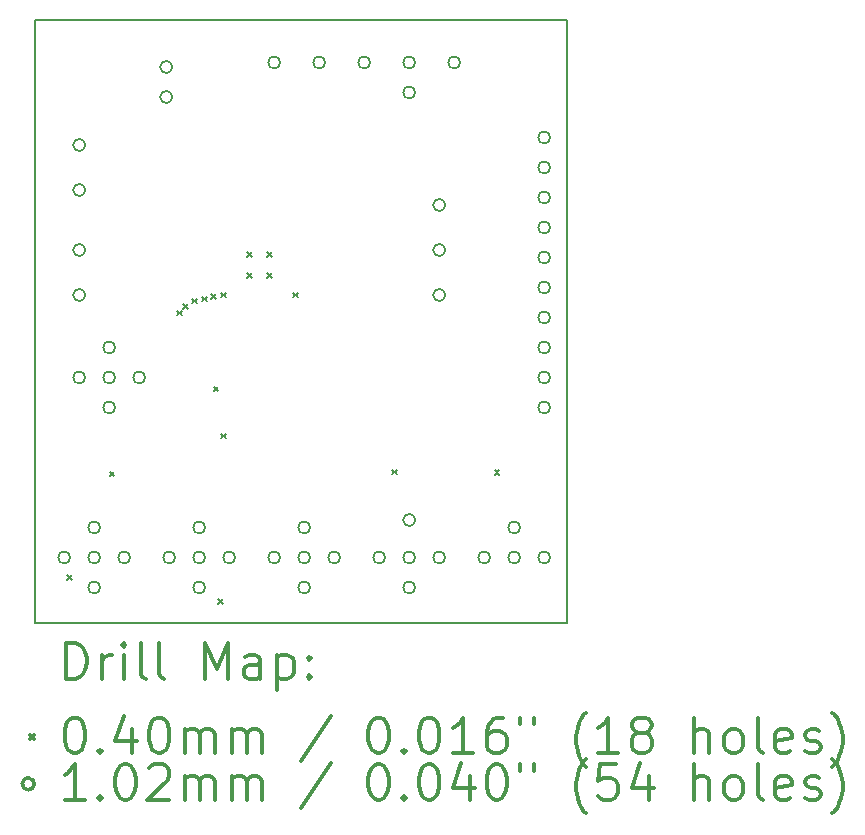
<source format=gbr>
%FSLAX45Y45*%
G04 Gerber Fmt 4.5, Leading zero omitted, Abs format (unit mm)*
G04 Created by KiCad (PCBNEW 4.0.4+e1-6308~48~ubuntu16.04.1-stable) date Thu Nov  3 23:12:34 2016*
%MOMM*%
%LPD*%
G01*
G04 APERTURE LIST*
%ADD10C,0.127000*%
%ADD11C,0.150000*%
%ADD12C,0.200000*%
%ADD13C,0.300000*%
G04 APERTURE END LIST*
D10*
D11*
X15050278Y-7200000D02*
X10550000Y-7200000D01*
X15050000Y-12300000D02*
X15050000Y-7200000D01*
X10550000Y-12300000D02*
X15050000Y-12300000D01*
X10550000Y-7199755D02*
X10550000Y-12300184D01*
D12*
X10820000Y-11900000D02*
X10860000Y-11940000D01*
X10860000Y-11900000D02*
X10820000Y-11940000D01*
X11180000Y-11020000D02*
X11220000Y-11060000D01*
X11220000Y-11020000D02*
X11180000Y-11060000D01*
X11751966Y-9658034D02*
X11791966Y-9698034D01*
X11791966Y-9658034D02*
X11751966Y-9698034D01*
X11805000Y-9605000D02*
X11845000Y-9645000D01*
X11845000Y-9605000D02*
X11805000Y-9645000D01*
X11880000Y-9555000D02*
X11920000Y-9595000D01*
X11920000Y-9555000D02*
X11880000Y-9595000D01*
X11960000Y-9540000D02*
X12000000Y-9580000D01*
X12000000Y-9540000D02*
X11960000Y-9580000D01*
X12040000Y-9520000D02*
X12080000Y-9560000D01*
X12080000Y-9520000D02*
X12040000Y-9560000D01*
X12060000Y-10300000D02*
X12100000Y-10340000D01*
X12100000Y-10300000D02*
X12060000Y-10340000D01*
X12100000Y-12100000D02*
X12140000Y-12140000D01*
X12140000Y-12100000D02*
X12100000Y-12140000D01*
X12121200Y-9505000D02*
X12161200Y-9545000D01*
X12161200Y-9505000D02*
X12121200Y-9545000D01*
X12121200Y-10698800D02*
X12161200Y-10738800D01*
X12161200Y-10698800D02*
X12121200Y-10738800D01*
X12341750Y-9164750D02*
X12381750Y-9204750D01*
X12381750Y-9164750D02*
X12341750Y-9204750D01*
X12341750Y-9337250D02*
X12381750Y-9377250D01*
X12381750Y-9337250D02*
X12341750Y-9377250D01*
X12514250Y-9164750D02*
X12554250Y-9204750D01*
X12554250Y-9164750D02*
X12514250Y-9204750D01*
X12514250Y-9337250D02*
X12554250Y-9377250D01*
X12554250Y-9337250D02*
X12514250Y-9377250D01*
X12730800Y-9505000D02*
X12770800Y-9545000D01*
X12770800Y-9505000D02*
X12730800Y-9545000D01*
X13569000Y-11003600D02*
X13609000Y-11043600D01*
X13609000Y-11003600D02*
X13569000Y-11043600D01*
X14440000Y-11010000D02*
X14480000Y-11050000D01*
X14480000Y-11010000D02*
X14440000Y-11050000D01*
X10845800Y-11747500D02*
G75*
G03X10845800Y-11747500I-50800J0D01*
G01*
X10972800Y-8255000D02*
G75*
G03X10972800Y-8255000I-50800J0D01*
G01*
X10972800Y-8636000D02*
G75*
G03X10972800Y-8636000I-50800J0D01*
G01*
X10972800Y-9144000D02*
G75*
G03X10972800Y-9144000I-50800J0D01*
G01*
X10972800Y-9525000D02*
G75*
G03X10972800Y-9525000I-50800J0D01*
G01*
X10972800Y-10223500D02*
G75*
G03X10972800Y-10223500I-50800J0D01*
G01*
X11099800Y-11493500D02*
G75*
G03X11099800Y-11493500I-50800J0D01*
G01*
X11099800Y-11747500D02*
G75*
G03X11099800Y-11747500I-50800J0D01*
G01*
X11099800Y-12001500D02*
G75*
G03X11099800Y-12001500I-50800J0D01*
G01*
X11226800Y-9969500D02*
G75*
G03X11226800Y-9969500I-50800J0D01*
G01*
X11226800Y-10223500D02*
G75*
G03X11226800Y-10223500I-50800J0D01*
G01*
X11226800Y-10477500D02*
G75*
G03X11226800Y-10477500I-50800J0D01*
G01*
X11353800Y-11747500D02*
G75*
G03X11353800Y-11747500I-50800J0D01*
G01*
X11480800Y-10223500D02*
G75*
G03X11480800Y-10223500I-50800J0D01*
G01*
X11709400Y-7594600D02*
G75*
G03X11709400Y-7594600I-50800J0D01*
G01*
X11709400Y-7848600D02*
G75*
G03X11709400Y-7848600I-50800J0D01*
G01*
X11734800Y-11747500D02*
G75*
G03X11734800Y-11747500I-50800J0D01*
G01*
X11988800Y-11493500D02*
G75*
G03X11988800Y-11493500I-50800J0D01*
G01*
X11988800Y-11747500D02*
G75*
G03X11988800Y-11747500I-50800J0D01*
G01*
X11988800Y-12001500D02*
G75*
G03X11988800Y-12001500I-50800J0D01*
G01*
X12242800Y-11747500D02*
G75*
G03X12242800Y-11747500I-50800J0D01*
G01*
X12623800Y-7556500D02*
G75*
G03X12623800Y-7556500I-50800J0D01*
G01*
X12623800Y-11747500D02*
G75*
G03X12623800Y-11747500I-50800J0D01*
G01*
X12877800Y-11493500D02*
G75*
G03X12877800Y-11493500I-50800J0D01*
G01*
X12877800Y-11747500D02*
G75*
G03X12877800Y-11747500I-50800J0D01*
G01*
X12877800Y-12001500D02*
G75*
G03X12877800Y-12001500I-50800J0D01*
G01*
X13004800Y-7556500D02*
G75*
G03X13004800Y-7556500I-50800J0D01*
G01*
X13131800Y-11747500D02*
G75*
G03X13131800Y-11747500I-50800J0D01*
G01*
X13385800Y-7556500D02*
G75*
G03X13385800Y-7556500I-50800J0D01*
G01*
X13512800Y-11747500D02*
G75*
G03X13512800Y-11747500I-50800J0D01*
G01*
X13766800Y-7556500D02*
G75*
G03X13766800Y-7556500I-50800J0D01*
G01*
X13766800Y-7810500D02*
G75*
G03X13766800Y-7810500I-50800J0D01*
G01*
X13766800Y-11430000D02*
G75*
G03X13766800Y-11430000I-50800J0D01*
G01*
X13766800Y-11747500D02*
G75*
G03X13766800Y-11747500I-50800J0D01*
G01*
X13766800Y-12001500D02*
G75*
G03X13766800Y-12001500I-50800J0D01*
G01*
X14020800Y-8763000D02*
G75*
G03X14020800Y-8763000I-50800J0D01*
G01*
X14020800Y-9144000D02*
G75*
G03X14020800Y-9144000I-50800J0D01*
G01*
X14020800Y-9525000D02*
G75*
G03X14020800Y-9525000I-50800J0D01*
G01*
X14020800Y-11747500D02*
G75*
G03X14020800Y-11747500I-50800J0D01*
G01*
X14147800Y-7556500D02*
G75*
G03X14147800Y-7556500I-50800J0D01*
G01*
X14401800Y-11747500D02*
G75*
G03X14401800Y-11747500I-50800J0D01*
G01*
X14655800Y-11493500D02*
G75*
G03X14655800Y-11493500I-50800J0D01*
G01*
X14655800Y-11747500D02*
G75*
G03X14655800Y-11747500I-50800J0D01*
G01*
X14909800Y-8191500D02*
G75*
G03X14909800Y-8191500I-50800J0D01*
G01*
X14909800Y-8445500D02*
G75*
G03X14909800Y-8445500I-50800J0D01*
G01*
X14909800Y-8699500D02*
G75*
G03X14909800Y-8699500I-50800J0D01*
G01*
X14909800Y-8953500D02*
G75*
G03X14909800Y-8953500I-50800J0D01*
G01*
X14909800Y-9207500D02*
G75*
G03X14909800Y-9207500I-50800J0D01*
G01*
X14909800Y-9461500D02*
G75*
G03X14909800Y-9461500I-50800J0D01*
G01*
X14909800Y-9715500D02*
G75*
G03X14909800Y-9715500I-50800J0D01*
G01*
X14909800Y-9969500D02*
G75*
G03X14909800Y-9969500I-50800J0D01*
G01*
X14909800Y-10223500D02*
G75*
G03X14909800Y-10223500I-50800J0D01*
G01*
X14909800Y-10477500D02*
G75*
G03X14909800Y-10477500I-50800J0D01*
G01*
X14909800Y-11747500D02*
G75*
G03X14909800Y-11747500I-50800J0D01*
G01*
D13*
X10813929Y-12773398D02*
X10813929Y-12473398D01*
X10885357Y-12473398D01*
X10928214Y-12487684D01*
X10956786Y-12516255D01*
X10971071Y-12544827D01*
X10985357Y-12601970D01*
X10985357Y-12644827D01*
X10971071Y-12701970D01*
X10956786Y-12730541D01*
X10928214Y-12759112D01*
X10885357Y-12773398D01*
X10813929Y-12773398D01*
X11113929Y-12773398D02*
X11113929Y-12573398D01*
X11113929Y-12630541D02*
X11128214Y-12601970D01*
X11142500Y-12587684D01*
X11171071Y-12573398D01*
X11199643Y-12573398D01*
X11299643Y-12773398D02*
X11299643Y-12573398D01*
X11299643Y-12473398D02*
X11285357Y-12487684D01*
X11299643Y-12501970D01*
X11313928Y-12487684D01*
X11299643Y-12473398D01*
X11299643Y-12501970D01*
X11485357Y-12773398D02*
X11456786Y-12759112D01*
X11442500Y-12730541D01*
X11442500Y-12473398D01*
X11642500Y-12773398D02*
X11613928Y-12759112D01*
X11599643Y-12730541D01*
X11599643Y-12473398D01*
X11985357Y-12773398D02*
X11985357Y-12473398D01*
X12085357Y-12687684D01*
X12185357Y-12473398D01*
X12185357Y-12773398D01*
X12456786Y-12773398D02*
X12456786Y-12616255D01*
X12442500Y-12587684D01*
X12413928Y-12573398D01*
X12356786Y-12573398D01*
X12328214Y-12587684D01*
X12456786Y-12759112D02*
X12428214Y-12773398D01*
X12356786Y-12773398D01*
X12328214Y-12759112D01*
X12313928Y-12730541D01*
X12313928Y-12701970D01*
X12328214Y-12673398D01*
X12356786Y-12659112D01*
X12428214Y-12659112D01*
X12456786Y-12644827D01*
X12599643Y-12573398D02*
X12599643Y-12873398D01*
X12599643Y-12587684D02*
X12628214Y-12573398D01*
X12685357Y-12573398D01*
X12713928Y-12587684D01*
X12728214Y-12601970D01*
X12742500Y-12630541D01*
X12742500Y-12716255D01*
X12728214Y-12744827D01*
X12713928Y-12759112D01*
X12685357Y-12773398D01*
X12628214Y-12773398D01*
X12599643Y-12759112D01*
X12871071Y-12744827D02*
X12885357Y-12759112D01*
X12871071Y-12773398D01*
X12856786Y-12759112D01*
X12871071Y-12744827D01*
X12871071Y-12773398D01*
X12871071Y-12587684D02*
X12885357Y-12601970D01*
X12871071Y-12616255D01*
X12856786Y-12601970D01*
X12871071Y-12587684D01*
X12871071Y-12616255D01*
X10502500Y-13247684D02*
X10542500Y-13287684D01*
X10542500Y-13247684D02*
X10502500Y-13287684D01*
X10871071Y-13103398D02*
X10899643Y-13103398D01*
X10928214Y-13117684D01*
X10942500Y-13131970D01*
X10956786Y-13160541D01*
X10971071Y-13217684D01*
X10971071Y-13289112D01*
X10956786Y-13346255D01*
X10942500Y-13374827D01*
X10928214Y-13389112D01*
X10899643Y-13403398D01*
X10871071Y-13403398D01*
X10842500Y-13389112D01*
X10828214Y-13374827D01*
X10813929Y-13346255D01*
X10799643Y-13289112D01*
X10799643Y-13217684D01*
X10813929Y-13160541D01*
X10828214Y-13131970D01*
X10842500Y-13117684D01*
X10871071Y-13103398D01*
X11099643Y-13374827D02*
X11113929Y-13389112D01*
X11099643Y-13403398D01*
X11085357Y-13389112D01*
X11099643Y-13374827D01*
X11099643Y-13403398D01*
X11371071Y-13203398D02*
X11371071Y-13403398D01*
X11299643Y-13089112D02*
X11228214Y-13303398D01*
X11413928Y-13303398D01*
X11585357Y-13103398D02*
X11613928Y-13103398D01*
X11642500Y-13117684D01*
X11656786Y-13131970D01*
X11671071Y-13160541D01*
X11685357Y-13217684D01*
X11685357Y-13289112D01*
X11671071Y-13346255D01*
X11656786Y-13374827D01*
X11642500Y-13389112D01*
X11613928Y-13403398D01*
X11585357Y-13403398D01*
X11556786Y-13389112D01*
X11542500Y-13374827D01*
X11528214Y-13346255D01*
X11513928Y-13289112D01*
X11513928Y-13217684D01*
X11528214Y-13160541D01*
X11542500Y-13131970D01*
X11556786Y-13117684D01*
X11585357Y-13103398D01*
X11813928Y-13403398D02*
X11813928Y-13203398D01*
X11813928Y-13231970D02*
X11828214Y-13217684D01*
X11856786Y-13203398D01*
X11899643Y-13203398D01*
X11928214Y-13217684D01*
X11942500Y-13246255D01*
X11942500Y-13403398D01*
X11942500Y-13246255D02*
X11956786Y-13217684D01*
X11985357Y-13203398D01*
X12028214Y-13203398D01*
X12056786Y-13217684D01*
X12071071Y-13246255D01*
X12071071Y-13403398D01*
X12213928Y-13403398D02*
X12213928Y-13203398D01*
X12213928Y-13231970D02*
X12228214Y-13217684D01*
X12256786Y-13203398D01*
X12299643Y-13203398D01*
X12328214Y-13217684D01*
X12342500Y-13246255D01*
X12342500Y-13403398D01*
X12342500Y-13246255D02*
X12356786Y-13217684D01*
X12385357Y-13203398D01*
X12428214Y-13203398D01*
X12456786Y-13217684D01*
X12471071Y-13246255D01*
X12471071Y-13403398D01*
X13056786Y-13089112D02*
X12799643Y-13474827D01*
X13442500Y-13103398D02*
X13471071Y-13103398D01*
X13499643Y-13117684D01*
X13513928Y-13131970D01*
X13528214Y-13160541D01*
X13542500Y-13217684D01*
X13542500Y-13289112D01*
X13528214Y-13346255D01*
X13513928Y-13374827D01*
X13499643Y-13389112D01*
X13471071Y-13403398D01*
X13442500Y-13403398D01*
X13413928Y-13389112D01*
X13399643Y-13374827D01*
X13385357Y-13346255D01*
X13371071Y-13289112D01*
X13371071Y-13217684D01*
X13385357Y-13160541D01*
X13399643Y-13131970D01*
X13413928Y-13117684D01*
X13442500Y-13103398D01*
X13671071Y-13374827D02*
X13685357Y-13389112D01*
X13671071Y-13403398D01*
X13656786Y-13389112D01*
X13671071Y-13374827D01*
X13671071Y-13403398D01*
X13871071Y-13103398D02*
X13899643Y-13103398D01*
X13928214Y-13117684D01*
X13942500Y-13131970D01*
X13956785Y-13160541D01*
X13971071Y-13217684D01*
X13971071Y-13289112D01*
X13956785Y-13346255D01*
X13942500Y-13374827D01*
X13928214Y-13389112D01*
X13899643Y-13403398D01*
X13871071Y-13403398D01*
X13842500Y-13389112D01*
X13828214Y-13374827D01*
X13813928Y-13346255D01*
X13799643Y-13289112D01*
X13799643Y-13217684D01*
X13813928Y-13160541D01*
X13828214Y-13131970D01*
X13842500Y-13117684D01*
X13871071Y-13103398D01*
X14256785Y-13403398D02*
X14085357Y-13403398D01*
X14171071Y-13403398D02*
X14171071Y-13103398D01*
X14142500Y-13146255D01*
X14113928Y-13174827D01*
X14085357Y-13189112D01*
X14513928Y-13103398D02*
X14456785Y-13103398D01*
X14428214Y-13117684D01*
X14413928Y-13131970D01*
X14385357Y-13174827D01*
X14371071Y-13231970D01*
X14371071Y-13346255D01*
X14385357Y-13374827D01*
X14399643Y-13389112D01*
X14428214Y-13403398D01*
X14485357Y-13403398D01*
X14513928Y-13389112D01*
X14528214Y-13374827D01*
X14542500Y-13346255D01*
X14542500Y-13274827D01*
X14528214Y-13246255D01*
X14513928Y-13231970D01*
X14485357Y-13217684D01*
X14428214Y-13217684D01*
X14399643Y-13231970D01*
X14385357Y-13246255D01*
X14371071Y-13274827D01*
X14656786Y-13103398D02*
X14656786Y-13160541D01*
X14771071Y-13103398D02*
X14771071Y-13160541D01*
X15213928Y-13517684D02*
X15199643Y-13503398D01*
X15171071Y-13460541D01*
X15156785Y-13431970D01*
X15142500Y-13389112D01*
X15128214Y-13317684D01*
X15128214Y-13260541D01*
X15142500Y-13189112D01*
X15156785Y-13146255D01*
X15171071Y-13117684D01*
X15199643Y-13074827D01*
X15213928Y-13060541D01*
X15485357Y-13403398D02*
X15313928Y-13403398D01*
X15399643Y-13403398D02*
X15399643Y-13103398D01*
X15371071Y-13146255D01*
X15342500Y-13174827D01*
X15313928Y-13189112D01*
X15656785Y-13231970D02*
X15628214Y-13217684D01*
X15613928Y-13203398D01*
X15599643Y-13174827D01*
X15599643Y-13160541D01*
X15613928Y-13131970D01*
X15628214Y-13117684D01*
X15656785Y-13103398D01*
X15713928Y-13103398D01*
X15742500Y-13117684D01*
X15756785Y-13131970D01*
X15771071Y-13160541D01*
X15771071Y-13174827D01*
X15756785Y-13203398D01*
X15742500Y-13217684D01*
X15713928Y-13231970D01*
X15656785Y-13231970D01*
X15628214Y-13246255D01*
X15613928Y-13260541D01*
X15599643Y-13289112D01*
X15599643Y-13346255D01*
X15613928Y-13374827D01*
X15628214Y-13389112D01*
X15656785Y-13403398D01*
X15713928Y-13403398D01*
X15742500Y-13389112D01*
X15756785Y-13374827D01*
X15771071Y-13346255D01*
X15771071Y-13289112D01*
X15756785Y-13260541D01*
X15742500Y-13246255D01*
X15713928Y-13231970D01*
X16128214Y-13403398D02*
X16128214Y-13103398D01*
X16256785Y-13403398D02*
X16256785Y-13246255D01*
X16242500Y-13217684D01*
X16213928Y-13203398D01*
X16171071Y-13203398D01*
X16142500Y-13217684D01*
X16128214Y-13231970D01*
X16442500Y-13403398D02*
X16413928Y-13389112D01*
X16399643Y-13374827D01*
X16385357Y-13346255D01*
X16385357Y-13260541D01*
X16399643Y-13231970D01*
X16413928Y-13217684D01*
X16442500Y-13203398D01*
X16485357Y-13203398D01*
X16513928Y-13217684D01*
X16528214Y-13231970D01*
X16542500Y-13260541D01*
X16542500Y-13346255D01*
X16528214Y-13374827D01*
X16513928Y-13389112D01*
X16485357Y-13403398D01*
X16442500Y-13403398D01*
X16713928Y-13403398D02*
X16685357Y-13389112D01*
X16671071Y-13360541D01*
X16671071Y-13103398D01*
X16942500Y-13389112D02*
X16913929Y-13403398D01*
X16856786Y-13403398D01*
X16828214Y-13389112D01*
X16813929Y-13360541D01*
X16813929Y-13246255D01*
X16828214Y-13217684D01*
X16856786Y-13203398D01*
X16913929Y-13203398D01*
X16942500Y-13217684D01*
X16956786Y-13246255D01*
X16956786Y-13274827D01*
X16813929Y-13303398D01*
X17071071Y-13389112D02*
X17099643Y-13403398D01*
X17156786Y-13403398D01*
X17185357Y-13389112D01*
X17199643Y-13360541D01*
X17199643Y-13346255D01*
X17185357Y-13317684D01*
X17156786Y-13303398D01*
X17113929Y-13303398D01*
X17085357Y-13289112D01*
X17071071Y-13260541D01*
X17071071Y-13246255D01*
X17085357Y-13217684D01*
X17113929Y-13203398D01*
X17156786Y-13203398D01*
X17185357Y-13217684D01*
X17299643Y-13517684D02*
X17313929Y-13503398D01*
X17342500Y-13460541D01*
X17356786Y-13431970D01*
X17371071Y-13389112D01*
X17385357Y-13317684D01*
X17385357Y-13260541D01*
X17371071Y-13189112D01*
X17356786Y-13146255D01*
X17342500Y-13117684D01*
X17313929Y-13074827D01*
X17299643Y-13060541D01*
X10542500Y-13663684D02*
G75*
G03X10542500Y-13663684I-50800J0D01*
G01*
X10971071Y-13799398D02*
X10799643Y-13799398D01*
X10885357Y-13799398D02*
X10885357Y-13499398D01*
X10856786Y-13542255D01*
X10828214Y-13570827D01*
X10799643Y-13585112D01*
X11099643Y-13770827D02*
X11113929Y-13785112D01*
X11099643Y-13799398D01*
X11085357Y-13785112D01*
X11099643Y-13770827D01*
X11099643Y-13799398D01*
X11299643Y-13499398D02*
X11328214Y-13499398D01*
X11356786Y-13513684D01*
X11371071Y-13527970D01*
X11385357Y-13556541D01*
X11399643Y-13613684D01*
X11399643Y-13685112D01*
X11385357Y-13742255D01*
X11371071Y-13770827D01*
X11356786Y-13785112D01*
X11328214Y-13799398D01*
X11299643Y-13799398D01*
X11271071Y-13785112D01*
X11256786Y-13770827D01*
X11242500Y-13742255D01*
X11228214Y-13685112D01*
X11228214Y-13613684D01*
X11242500Y-13556541D01*
X11256786Y-13527970D01*
X11271071Y-13513684D01*
X11299643Y-13499398D01*
X11513928Y-13527970D02*
X11528214Y-13513684D01*
X11556786Y-13499398D01*
X11628214Y-13499398D01*
X11656786Y-13513684D01*
X11671071Y-13527970D01*
X11685357Y-13556541D01*
X11685357Y-13585112D01*
X11671071Y-13627970D01*
X11499643Y-13799398D01*
X11685357Y-13799398D01*
X11813928Y-13799398D02*
X11813928Y-13599398D01*
X11813928Y-13627970D02*
X11828214Y-13613684D01*
X11856786Y-13599398D01*
X11899643Y-13599398D01*
X11928214Y-13613684D01*
X11942500Y-13642255D01*
X11942500Y-13799398D01*
X11942500Y-13642255D02*
X11956786Y-13613684D01*
X11985357Y-13599398D01*
X12028214Y-13599398D01*
X12056786Y-13613684D01*
X12071071Y-13642255D01*
X12071071Y-13799398D01*
X12213928Y-13799398D02*
X12213928Y-13599398D01*
X12213928Y-13627970D02*
X12228214Y-13613684D01*
X12256786Y-13599398D01*
X12299643Y-13599398D01*
X12328214Y-13613684D01*
X12342500Y-13642255D01*
X12342500Y-13799398D01*
X12342500Y-13642255D02*
X12356786Y-13613684D01*
X12385357Y-13599398D01*
X12428214Y-13599398D01*
X12456786Y-13613684D01*
X12471071Y-13642255D01*
X12471071Y-13799398D01*
X13056786Y-13485112D02*
X12799643Y-13870827D01*
X13442500Y-13499398D02*
X13471071Y-13499398D01*
X13499643Y-13513684D01*
X13513928Y-13527970D01*
X13528214Y-13556541D01*
X13542500Y-13613684D01*
X13542500Y-13685112D01*
X13528214Y-13742255D01*
X13513928Y-13770827D01*
X13499643Y-13785112D01*
X13471071Y-13799398D01*
X13442500Y-13799398D01*
X13413928Y-13785112D01*
X13399643Y-13770827D01*
X13385357Y-13742255D01*
X13371071Y-13685112D01*
X13371071Y-13613684D01*
X13385357Y-13556541D01*
X13399643Y-13527970D01*
X13413928Y-13513684D01*
X13442500Y-13499398D01*
X13671071Y-13770827D02*
X13685357Y-13785112D01*
X13671071Y-13799398D01*
X13656786Y-13785112D01*
X13671071Y-13770827D01*
X13671071Y-13799398D01*
X13871071Y-13499398D02*
X13899643Y-13499398D01*
X13928214Y-13513684D01*
X13942500Y-13527970D01*
X13956785Y-13556541D01*
X13971071Y-13613684D01*
X13971071Y-13685112D01*
X13956785Y-13742255D01*
X13942500Y-13770827D01*
X13928214Y-13785112D01*
X13899643Y-13799398D01*
X13871071Y-13799398D01*
X13842500Y-13785112D01*
X13828214Y-13770827D01*
X13813928Y-13742255D01*
X13799643Y-13685112D01*
X13799643Y-13613684D01*
X13813928Y-13556541D01*
X13828214Y-13527970D01*
X13842500Y-13513684D01*
X13871071Y-13499398D01*
X14228214Y-13599398D02*
X14228214Y-13799398D01*
X14156785Y-13485112D02*
X14085357Y-13699398D01*
X14271071Y-13699398D01*
X14442500Y-13499398D02*
X14471071Y-13499398D01*
X14499643Y-13513684D01*
X14513928Y-13527970D01*
X14528214Y-13556541D01*
X14542500Y-13613684D01*
X14542500Y-13685112D01*
X14528214Y-13742255D01*
X14513928Y-13770827D01*
X14499643Y-13785112D01*
X14471071Y-13799398D01*
X14442500Y-13799398D01*
X14413928Y-13785112D01*
X14399643Y-13770827D01*
X14385357Y-13742255D01*
X14371071Y-13685112D01*
X14371071Y-13613684D01*
X14385357Y-13556541D01*
X14399643Y-13527970D01*
X14413928Y-13513684D01*
X14442500Y-13499398D01*
X14656786Y-13499398D02*
X14656786Y-13556541D01*
X14771071Y-13499398D02*
X14771071Y-13556541D01*
X15213928Y-13913684D02*
X15199643Y-13899398D01*
X15171071Y-13856541D01*
X15156785Y-13827970D01*
X15142500Y-13785112D01*
X15128214Y-13713684D01*
X15128214Y-13656541D01*
X15142500Y-13585112D01*
X15156785Y-13542255D01*
X15171071Y-13513684D01*
X15199643Y-13470827D01*
X15213928Y-13456541D01*
X15471071Y-13499398D02*
X15328214Y-13499398D01*
X15313928Y-13642255D01*
X15328214Y-13627970D01*
X15356785Y-13613684D01*
X15428214Y-13613684D01*
X15456785Y-13627970D01*
X15471071Y-13642255D01*
X15485357Y-13670827D01*
X15485357Y-13742255D01*
X15471071Y-13770827D01*
X15456785Y-13785112D01*
X15428214Y-13799398D01*
X15356785Y-13799398D01*
X15328214Y-13785112D01*
X15313928Y-13770827D01*
X15742500Y-13599398D02*
X15742500Y-13799398D01*
X15671071Y-13485112D02*
X15599643Y-13699398D01*
X15785357Y-13699398D01*
X16128214Y-13799398D02*
X16128214Y-13499398D01*
X16256785Y-13799398D02*
X16256785Y-13642255D01*
X16242500Y-13613684D01*
X16213928Y-13599398D01*
X16171071Y-13599398D01*
X16142500Y-13613684D01*
X16128214Y-13627970D01*
X16442500Y-13799398D02*
X16413928Y-13785112D01*
X16399643Y-13770827D01*
X16385357Y-13742255D01*
X16385357Y-13656541D01*
X16399643Y-13627970D01*
X16413928Y-13613684D01*
X16442500Y-13599398D01*
X16485357Y-13599398D01*
X16513928Y-13613684D01*
X16528214Y-13627970D01*
X16542500Y-13656541D01*
X16542500Y-13742255D01*
X16528214Y-13770827D01*
X16513928Y-13785112D01*
X16485357Y-13799398D01*
X16442500Y-13799398D01*
X16713928Y-13799398D02*
X16685357Y-13785112D01*
X16671071Y-13756541D01*
X16671071Y-13499398D01*
X16942500Y-13785112D02*
X16913929Y-13799398D01*
X16856786Y-13799398D01*
X16828214Y-13785112D01*
X16813929Y-13756541D01*
X16813929Y-13642255D01*
X16828214Y-13613684D01*
X16856786Y-13599398D01*
X16913929Y-13599398D01*
X16942500Y-13613684D01*
X16956786Y-13642255D01*
X16956786Y-13670827D01*
X16813929Y-13699398D01*
X17071071Y-13785112D02*
X17099643Y-13799398D01*
X17156786Y-13799398D01*
X17185357Y-13785112D01*
X17199643Y-13756541D01*
X17199643Y-13742255D01*
X17185357Y-13713684D01*
X17156786Y-13699398D01*
X17113929Y-13699398D01*
X17085357Y-13685112D01*
X17071071Y-13656541D01*
X17071071Y-13642255D01*
X17085357Y-13613684D01*
X17113929Y-13599398D01*
X17156786Y-13599398D01*
X17185357Y-13613684D01*
X17299643Y-13913684D02*
X17313929Y-13899398D01*
X17342500Y-13856541D01*
X17356786Y-13827970D01*
X17371071Y-13785112D01*
X17385357Y-13713684D01*
X17385357Y-13656541D01*
X17371071Y-13585112D01*
X17356786Y-13542255D01*
X17342500Y-13513684D01*
X17313929Y-13470827D01*
X17299643Y-13456541D01*
M02*

</source>
